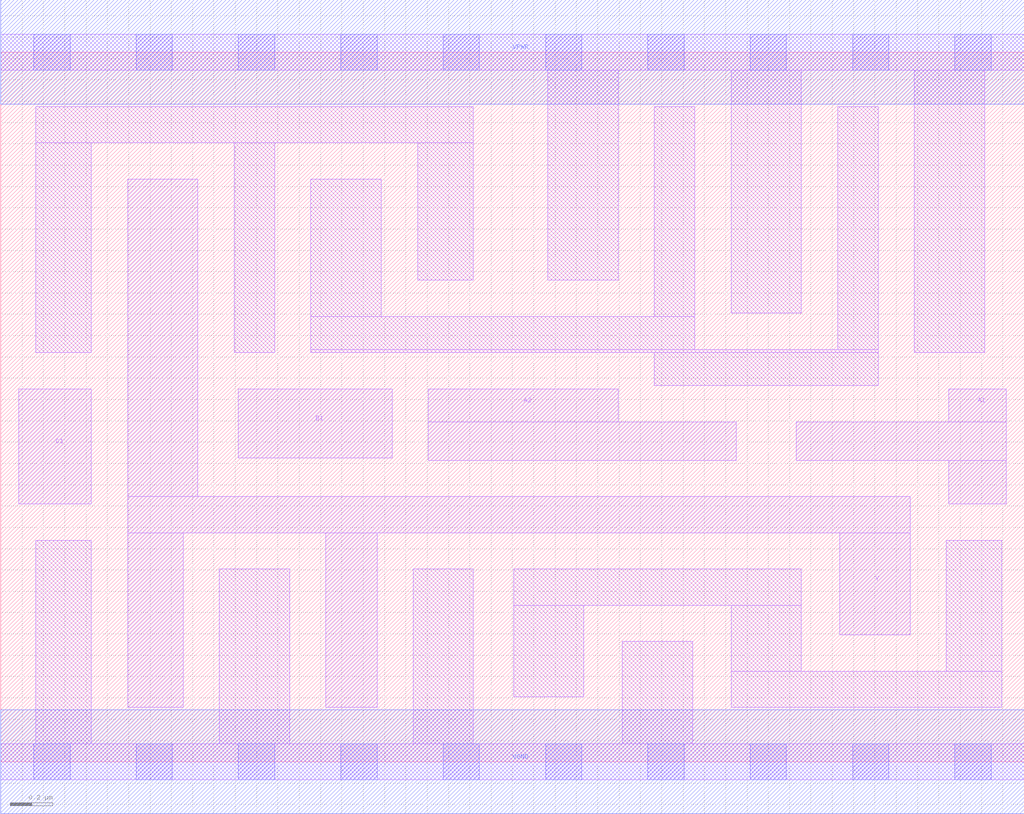
<source format=lef>
# Copyright 2020 The SkyWater PDK Authors
#
# Licensed under the Apache License, Version 2.0 (the "License");
# you may not use this file except in compliance with the License.
# You may obtain a copy of the License at
#
#     https://www.apache.org/licenses/LICENSE-2.0
#
# Unless required by applicable law or agreed to in writing, software
# distributed under the License is distributed on an "AS IS" BASIS,
# WITHOUT WARRANTIES OR CONDITIONS OF ANY KIND, either express or implied.
# See the License for the specific language governing permissions and
# limitations under the License.
#
# SPDX-License-Identifier: Apache-2.0

VERSION 5.7 ;
  NAMESCASESENSITIVE ON ;
  NOWIREEXTENSIONATPIN ON ;
  DIVIDERCHAR "/" ;
  BUSBITCHARS "[]" ;
UNITS
  DATABASE MICRONS 200 ;
END UNITS
MACRO sky130_fd_sc_lp__a211oi_2
  CLASS CORE ;
  FOREIGN sky130_fd_sc_lp__a211oi_2 ;
  ORIGIN  0.000000  0.000000 ;
  SIZE  4.800000 BY  3.330000 ;
  SYMMETRY X Y R90 ;
  SITE unit ;
  PIN A1
    ANTENNAGATEAREA  0.630000 ;
    DIRECTION INPUT ;
    USE SIGNAL ;
    PORT
      LAYER li1 ;
        RECT 3.730000 1.415000 4.715000 1.595000 ;
        RECT 4.445000 1.210000 4.715000 1.415000 ;
        RECT 4.445000 1.595000 4.715000 1.750000 ;
    END
  END A1
  PIN A2
    ANTENNAGATEAREA  0.630000 ;
    DIRECTION INPUT ;
    USE SIGNAL ;
    PORT
      LAYER li1 ;
        RECT 2.005000 1.415000 3.450000 1.595000 ;
        RECT 2.005000 1.595000 2.895000 1.750000 ;
    END
  END A2
  PIN B1
    ANTENNAGATEAREA  0.630000 ;
    DIRECTION INPUT ;
    USE SIGNAL ;
    PORT
      LAYER li1 ;
        RECT 1.115000 1.425000 1.835000 1.750000 ;
    END
  END B1
  PIN C1
    ANTENNAGATEAREA  0.630000 ;
    DIRECTION INPUT ;
    USE SIGNAL ;
    PORT
      LAYER li1 ;
        RECT 0.085000 1.210000 0.425000 1.750000 ;
    END
  END C1
  PIN Y
    ANTENNADIFFAREA  1.125600 ;
    DIRECTION OUTPUT ;
    USE SIGNAL ;
    PORT
      LAYER li1 ;
        RECT 0.595000 0.255000 0.855000 1.075000 ;
        RECT 0.595000 1.075000 4.265000 1.245000 ;
        RECT 0.595000 1.245000 0.925000 2.735000 ;
        RECT 1.525000 0.255000 1.765000 1.075000 ;
        RECT 3.935000 0.595000 4.265000 1.075000 ;
    END
  END Y
  PIN VGND
    DIRECTION INOUT ;
    USE GROUND ;
    PORT
      LAYER met1 ;
        RECT 0.000000 -0.245000 4.800000 0.245000 ;
    END
  END VGND
  PIN VPWR
    DIRECTION INOUT ;
    USE POWER ;
    PORT
      LAYER met1 ;
        RECT 0.000000 3.085000 4.800000 3.575000 ;
    END
  END VPWR
  OBS
    LAYER li1 ;
      RECT 0.000000 -0.085000 4.800000 0.085000 ;
      RECT 0.000000  3.245000 4.800000 3.415000 ;
      RECT 0.165000  0.085000 0.425000 1.040000 ;
      RECT 0.165000  1.920000 0.425000 2.905000 ;
      RECT 0.165000  2.905000 2.215000 3.075000 ;
      RECT 1.025000  0.085000 1.355000 0.905000 ;
      RECT 1.095000  1.920000 1.285000 2.905000 ;
      RECT 1.455000  1.920000 4.115000 1.935000 ;
      RECT 1.455000  1.935000 3.255000 2.090000 ;
      RECT 1.455000  2.090000 1.785000 2.735000 ;
      RECT 1.935000  0.085000 2.215000 0.905000 ;
      RECT 1.955000  2.260000 2.215000 2.905000 ;
      RECT 2.405000  0.305000 2.735000 0.735000 ;
      RECT 2.405000  0.735000 3.755000 0.905000 ;
      RECT 2.565000  2.260000 2.895000 3.245000 ;
      RECT 2.915000  0.085000 3.245000 0.565000 ;
      RECT 3.065000  1.765000 4.115000 1.920000 ;
      RECT 3.065000  2.090000 3.255000 3.075000 ;
      RECT 3.425000  0.255000 4.695000 0.425000 ;
      RECT 3.425000  0.425000 3.755000 0.735000 ;
      RECT 3.425000  2.105000 3.755000 3.245000 ;
      RECT 3.925000  1.935000 4.115000 3.075000 ;
      RECT 4.285000  1.920000 4.615000 3.245000 ;
      RECT 4.435000  0.425000 4.695000 1.040000 ;
    LAYER mcon ;
      RECT 0.155000 -0.085000 0.325000 0.085000 ;
      RECT 0.155000  3.245000 0.325000 3.415000 ;
      RECT 0.635000 -0.085000 0.805000 0.085000 ;
      RECT 0.635000  3.245000 0.805000 3.415000 ;
      RECT 1.115000 -0.085000 1.285000 0.085000 ;
      RECT 1.115000  3.245000 1.285000 3.415000 ;
      RECT 1.595000 -0.085000 1.765000 0.085000 ;
      RECT 1.595000  3.245000 1.765000 3.415000 ;
      RECT 2.075000 -0.085000 2.245000 0.085000 ;
      RECT 2.075000  3.245000 2.245000 3.415000 ;
      RECT 2.555000 -0.085000 2.725000 0.085000 ;
      RECT 2.555000  3.245000 2.725000 3.415000 ;
      RECT 3.035000 -0.085000 3.205000 0.085000 ;
      RECT 3.035000  3.245000 3.205000 3.415000 ;
      RECT 3.515000 -0.085000 3.685000 0.085000 ;
      RECT 3.515000  3.245000 3.685000 3.415000 ;
      RECT 3.995000 -0.085000 4.165000 0.085000 ;
      RECT 3.995000  3.245000 4.165000 3.415000 ;
      RECT 4.475000 -0.085000 4.645000 0.085000 ;
      RECT 4.475000  3.245000 4.645000 3.415000 ;
  END
END sky130_fd_sc_lp__a211oi_2
END LIBRARY

</source>
